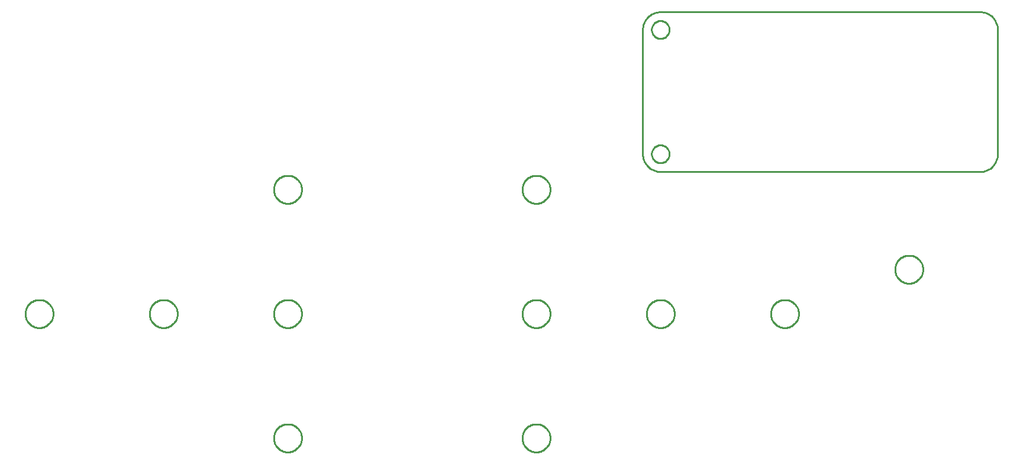
<source format=gbr>
G04 EAGLE Gerber RS-274X export*
G75*
%MOMM*%
%FSLAX34Y34*%
%LPD*%
%IN*%
%IPPOS*%
%AMOC8*
5,1,8,0,0,1.08239X$1,22.5*%
G01*
%ADD10C,0.254000*%


D10*
X965200Y508000D02*
X965297Y505786D01*
X965586Y503589D01*
X966065Y501426D01*
X966732Y499313D01*
X967580Y497266D01*
X968603Y495300D01*
X969794Y493431D01*
X971142Y491673D01*
X972640Y490040D01*
X974273Y488542D01*
X976031Y487194D01*
X977900Y486003D01*
X979866Y484980D01*
X981913Y484132D01*
X984026Y483465D01*
X986189Y482986D01*
X988386Y482697D01*
X990600Y482600D01*
X1447800Y482600D01*
X1450014Y482697D01*
X1452211Y482986D01*
X1454374Y483465D01*
X1456487Y484132D01*
X1458535Y484980D01*
X1460500Y486003D01*
X1462369Y487194D01*
X1464127Y488542D01*
X1465761Y490040D01*
X1467258Y491673D01*
X1468606Y493431D01*
X1469797Y495300D01*
X1470820Y497266D01*
X1471668Y499313D01*
X1472335Y501426D01*
X1472814Y503589D01*
X1473103Y505786D01*
X1473200Y508000D01*
X1473200Y685800D01*
X1473103Y688014D01*
X1472814Y690211D01*
X1472335Y692374D01*
X1471668Y694487D01*
X1470820Y696535D01*
X1469797Y698500D01*
X1468606Y700369D01*
X1467258Y702127D01*
X1465761Y703761D01*
X1464127Y705258D01*
X1462369Y706606D01*
X1460500Y707797D01*
X1458535Y708820D01*
X1456487Y709668D01*
X1454374Y710335D01*
X1452211Y710814D01*
X1450014Y711103D01*
X1447800Y711200D01*
X990600Y711200D01*
X988386Y711103D01*
X986189Y710814D01*
X984026Y710335D01*
X981913Y709668D01*
X979866Y708820D01*
X977900Y707797D01*
X976031Y706606D01*
X974273Y705258D01*
X972640Y703761D01*
X971142Y702127D01*
X969794Y700369D01*
X968603Y698500D01*
X967580Y696535D01*
X966732Y694487D01*
X966065Y692374D01*
X965586Y690211D01*
X965297Y688014D01*
X965200Y685800D01*
X965200Y508000D01*
X477202Y456596D02*
X477129Y455389D01*
X476983Y454189D01*
X476765Y453000D01*
X476476Y451826D01*
X476117Y450672D01*
X475688Y449542D01*
X475192Y448440D01*
X474630Y447369D01*
X474005Y446335D01*
X473318Y445340D01*
X472573Y444389D01*
X471771Y443484D01*
X470916Y442629D01*
X470011Y441828D01*
X469060Y441082D01*
X468065Y440395D01*
X467031Y439770D01*
X465960Y439208D01*
X464858Y438712D01*
X463728Y438283D01*
X462574Y437924D01*
X461400Y437635D01*
X460211Y437417D01*
X459011Y437271D01*
X457804Y437198D01*
X456596Y437198D01*
X455389Y437271D01*
X454189Y437417D01*
X453000Y437635D01*
X451826Y437924D01*
X450672Y438283D01*
X449542Y438712D01*
X448440Y439208D01*
X447369Y439770D01*
X446335Y440395D01*
X445340Y441082D01*
X444389Y441828D01*
X443484Y442629D01*
X442629Y443484D01*
X441828Y444389D01*
X441082Y445340D01*
X440395Y446335D01*
X439770Y447369D01*
X439208Y448440D01*
X438712Y449542D01*
X438283Y450672D01*
X437924Y451826D01*
X437635Y453000D01*
X437417Y454189D01*
X437271Y455389D01*
X437198Y456596D01*
X437198Y457804D01*
X437271Y459011D01*
X437417Y460211D01*
X437635Y461400D01*
X437924Y462574D01*
X438283Y463728D01*
X438712Y464858D01*
X439208Y465960D01*
X439770Y467031D01*
X440395Y468065D01*
X441082Y469060D01*
X441828Y470011D01*
X442629Y470916D01*
X443484Y471771D01*
X444389Y472573D01*
X445340Y473318D01*
X446335Y474005D01*
X447369Y474630D01*
X448440Y475192D01*
X449542Y475688D01*
X450672Y476117D01*
X451826Y476476D01*
X453000Y476765D01*
X454189Y476983D01*
X455389Y477129D01*
X456596Y477202D01*
X457804Y477202D01*
X459011Y477129D01*
X460211Y476983D01*
X461400Y476765D01*
X462574Y476476D01*
X463728Y476117D01*
X464858Y475688D01*
X465960Y475192D01*
X467031Y474630D01*
X468065Y474005D01*
X469060Y473318D01*
X470011Y472573D01*
X470916Y471771D01*
X471771Y470916D01*
X472573Y470011D01*
X473318Y469060D01*
X474005Y468065D01*
X474630Y467031D01*
X475192Y465960D01*
X475688Y464858D01*
X476117Y463728D01*
X476476Y462574D01*
X476765Y461400D01*
X476983Y460211D01*
X477129Y459011D01*
X477202Y457804D01*
X477202Y456596D01*
X832802Y456596D02*
X832729Y455389D01*
X832583Y454189D01*
X832365Y453000D01*
X832076Y451826D01*
X831717Y450672D01*
X831288Y449542D01*
X830792Y448440D01*
X830230Y447369D01*
X829605Y446335D01*
X828918Y445340D01*
X828173Y444389D01*
X827371Y443484D01*
X826516Y442629D01*
X825611Y441828D01*
X824660Y441082D01*
X823665Y440395D01*
X822631Y439770D01*
X821560Y439208D01*
X820458Y438712D01*
X819328Y438283D01*
X818174Y437924D01*
X817000Y437635D01*
X815811Y437417D01*
X814611Y437271D01*
X813404Y437198D01*
X812196Y437198D01*
X810989Y437271D01*
X809789Y437417D01*
X808600Y437635D01*
X807426Y437924D01*
X806272Y438283D01*
X805142Y438712D01*
X804040Y439208D01*
X802969Y439770D01*
X801935Y440395D01*
X800940Y441082D01*
X799989Y441828D01*
X799084Y442629D01*
X798229Y443484D01*
X797428Y444389D01*
X796682Y445340D01*
X795995Y446335D01*
X795370Y447369D01*
X794808Y448440D01*
X794312Y449542D01*
X793883Y450672D01*
X793524Y451826D01*
X793235Y453000D01*
X793017Y454189D01*
X792871Y455389D01*
X792798Y456596D01*
X792798Y457804D01*
X792871Y459011D01*
X793017Y460211D01*
X793235Y461400D01*
X793524Y462574D01*
X793883Y463728D01*
X794312Y464858D01*
X794808Y465960D01*
X795370Y467031D01*
X795995Y468065D01*
X796682Y469060D01*
X797428Y470011D01*
X798229Y470916D01*
X799084Y471771D01*
X799989Y472573D01*
X800940Y473318D01*
X801935Y474005D01*
X802969Y474630D01*
X804040Y475192D01*
X805142Y475688D01*
X806272Y476117D01*
X807426Y476476D01*
X808600Y476765D01*
X809789Y476983D01*
X810989Y477129D01*
X812196Y477202D01*
X813404Y477202D01*
X814611Y477129D01*
X815811Y476983D01*
X817000Y476765D01*
X818174Y476476D01*
X819328Y476117D01*
X820458Y475688D01*
X821560Y475192D01*
X822631Y474630D01*
X823665Y474005D01*
X824660Y473318D01*
X825611Y472573D01*
X826516Y471771D01*
X827371Y470916D01*
X828173Y470011D01*
X828918Y469060D01*
X829605Y468065D01*
X830230Y467031D01*
X830792Y465960D01*
X831288Y464858D01*
X831717Y463728D01*
X832076Y462574D01*
X832365Y461400D01*
X832583Y460211D01*
X832729Y459011D01*
X832802Y457804D01*
X832802Y456596D01*
X121602Y278796D02*
X121529Y277589D01*
X121383Y276389D01*
X121165Y275200D01*
X120876Y274026D01*
X120517Y272872D01*
X120088Y271742D01*
X119592Y270640D01*
X119030Y269569D01*
X118405Y268535D01*
X117718Y267540D01*
X116973Y266589D01*
X116171Y265684D01*
X115316Y264829D01*
X114411Y264028D01*
X113460Y263282D01*
X112465Y262595D01*
X111431Y261970D01*
X110360Y261408D01*
X109258Y260912D01*
X108128Y260483D01*
X106974Y260124D01*
X105800Y259835D01*
X104611Y259617D01*
X103411Y259471D01*
X102204Y259398D01*
X100996Y259398D01*
X99789Y259471D01*
X98589Y259617D01*
X97400Y259835D01*
X96226Y260124D01*
X95072Y260483D01*
X93942Y260912D01*
X92840Y261408D01*
X91769Y261970D01*
X90735Y262595D01*
X89740Y263282D01*
X88789Y264028D01*
X87884Y264829D01*
X87029Y265684D01*
X86228Y266589D01*
X85482Y267540D01*
X84795Y268535D01*
X84170Y269569D01*
X83608Y270640D01*
X83112Y271742D01*
X82683Y272872D01*
X82324Y274026D01*
X82035Y275200D01*
X81817Y276389D01*
X81671Y277589D01*
X81598Y278796D01*
X81598Y280004D01*
X81671Y281211D01*
X81817Y282411D01*
X82035Y283600D01*
X82324Y284774D01*
X82683Y285928D01*
X83112Y287058D01*
X83608Y288160D01*
X84170Y289231D01*
X84795Y290265D01*
X85482Y291260D01*
X86228Y292211D01*
X87029Y293116D01*
X87884Y293971D01*
X88789Y294773D01*
X89740Y295518D01*
X90735Y296205D01*
X91769Y296830D01*
X92840Y297392D01*
X93942Y297888D01*
X95072Y298317D01*
X96226Y298676D01*
X97400Y298965D01*
X98589Y299183D01*
X99789Y299329D01*
X100996Y299402D01*
X102204Y299402D01*
X103411Y299329D01*
X104611Y299183D01*
X105800Y298965D01*
X106974Y298676D01*
X108128Y298317D01*
X109258Y297888D01*
X110360Y297392D01*
X111431Y296830D01*
X112465Y296205D01*
X113460Y295518D01*
X114411Y294773D01*
X115316Y293971D01*
X116171Y293116D01*
X116973Y292211D01*
X117718Y291260D01*
X118405Y290265D01*
X119030Y289231D01*
X119592Y288160D01*
X120088Y287058D01*
X120517Y285928D01*
X120876Y284774D01*
X121165Y283600D01*
X121383Y282411D01*
X121529Y281211D01*
X121602Y280004D01*
X121602Y278796D01*
X299402Y278796D02*
X299329Y277589D01*
X299183Y276389D01*
X298965Y275200D01*
X298676Y274026D01*
X298317Y272872D01*
X297888Y271742D01*
X297392Y270640D01*
X296830Y269569D01*
X296205Y268535D01*
X295518Y267540D01*
X294773Y266589D01*
X293971Y265684D01*
X293116Y264829D01*
X292211Y264028D01*
X291260Y263282D01*
X290265Y262595D01*
X289231Y261970D01*
X288160Y261408D01*
X287058Y260912D01*
X285928Y260483D01*
X284774Y260124D01*
X283600Y259835D01*
X282411Y259617D01*
X281211Y259471D01*
X280004Y259398D01*
X278796Y259398D01*
X277589Y259471D01*
X276389Y259617D01*
X275200Y259835D01*
X274026Y260124D01*
X272872Y260483D01*
X271742Y260912D01*
X270640Y261408D01*
X269569Y261970D01*
X268535Y262595D01*
X267540Y263282D01*
X266589Y264028D01*
X265684Y264829D01*
X264829Y265684D01*
X264028Y266589D01*
X263282Y267540D01*
X262595Y268535D01*
X261970Y269569D01*
X261408Y270640D01*
X260912Y271742D01*
X260483Y272872D01*
X260124Y274026D01*
X259835Y275200D01*
X259617Y276389D01*
X259471Y277589D01*
X259398Y278796D01*
X259398Y280004D01*
X259471Y281211D01*
X259617Y282411D01*
X259835Y283600D01*
X260124Y284774D01*
X260483Y285928D01*
X260912Y287058D01*
X261408Y288160D01*
X261970Y289231D01*
X262595Y290265D01*
X263282Y291260D01*
X264028Y292211D01*
X264829Y293116D01*
X265684Y293971D01*
X266589Y294773D01*
X267540Y295518D01*
X268535Y296205D01*
X269569Y296830D01*
X270640Y297392D01*
X271742Y297888D01*
X272872Y298317D01*
X274026Y298676D01*
X275200Y298965D01*
X276389Y299183D01*
X277589Y299329D01*
X278796Y299402D01*
X280004Y299402D01*
X281211Y299329D01*
X282411Y299183D01*
X283600Y298965D01*
X284774Y298676D01*
X285928Y298317D01*
X287058Y297888D01*
X288160Y297392D01*
X289231Y296830D01*
X290265Y296205D01*
X291260Y295518D01*
X292211Y294773D01*
X293116Y293971D01*
X293971Y293116D01*
X294773Y292211D01*
X295518Y291260D01*
X296205Y290265D01*
X296830Y289231D01*
X297392Y288160D01*
X297888Y287058D01*
X298317Y285928D01*
X298676Y284774D01*
X298965Y283600D01*
X299183Y282411D01*
X299329Y281211D01*
X299402Y280004D01*
X299402Y278796D01*
X477202Y278796D02*
X477129Y277589D01*
X476983Y276389D01*
X476765Y275200D01*
X476476Y274026D01*
X476117Y272872D01*
X475688Y271742D01*
X475192Y270640D01*
X474630Y269569D01*
X474005Y268535D01*
X473318Y267540D01*
X472573Y266589D01*
X471771Y265684D01*
X470916Y264829D01*
X470011Y264028D01*
X469060Y263282D01*
X468065Y262595D01*
X467031Y261970D01*
X465960Y261408D01*
X464858Y260912D01*
X463728Y260483D01*
X462574Y260124D01*
X461400Y259835D01*
X460211Y259617D01*
X459011Y259471D01*
X457804Y259398D01*
X456596Y259398D01*
X455389Y259471D01*
X454189Y259617D01*
X453000Y259835D01*
X451826Y260124D01*
X450672Y260483D01*
X449542Y260912D01*
X448440Y261408D01*
X447369Y261970D01*
X446335Y262595D01*
X445340Y263282D01*
X444389Y264028D01*
X443484Y264829D01*
X442629Y265684D01*
X441828Y266589D01*
X441082Y267540D01*
X440395Y268535D01*
X439770Y269569D01*
X439208Y270640D01*
X438712Y271742D01*
X438283Y272872D01*
X437924Y274026D01*
X437635Y275200D01*
X437417Y276389D01*
X437271Y277589D01*
X437198Y278796D01*
X437198Y280004D01*
X437271Y281211D01*
X437417Y282411D01*
X437635Y283600D01*
X437924Y284774D01*
X438283Y285928D01*
X438712Y287058D01*
X439208Y288160D01*
X439770Y289231D01*
X440395Y290265D01*
X441082Y291260D01*
X441828Y292211D01*
X442629Y293116D01*
X443484Y293971D01*
X444389Y294773D01*
X445340Y295518D01*
X446335Y296205D01*
X447369Y296830D01*
X448440Y297392D01*
X449542Y297888D01*
X450672Y298317D01*
X451826Y298676D01*
X453000Y298965D01*
X454189Y299183D01*
X455389Y299329D01*
X456596Y299402D01*
X457804Y299402D01*
X459011Y299329D01*
X460211Y299183D01*
X461400Y298965D01*
X462574Y298676D01*
X463728Y298317D01*
X464858Y297888D01*
X465960Y297392D01*
X467031Y296830D01*
X468065Y296205D01*
X469060Y295518D01*
X470011Y294773D01*
X470916Y293971D01*
X471771Y293116D01*
X472573Y292211D01*
X473318Y291260D01*
X474005Y290265D01*
X474630Y289231D01*
X475192Y288160D01*
X475688Y287058D01*
X476117Y285928D01*
X476476Y284774D01*
X476765Y283600D01*
X476983Y282411D01*
X477129Y281211D01*
X477202Y280004D01*
X477202Y278796D01*
X832802Y278796D02*
X832729Y277589D01*
X832583Y276389D01*
X832365Y275200D01*
X832076Y274026D01*
X831717Y272872D01*
X831288Y271742D01*
X830792Y270640D01*
X830230Y269569D01*
X829605Y268535D01*
X828918Y267540D01*
X828173Y266589D01*
X827371Y265684D01*
X826516Y264829D01*
X825611Y264028D01*
X824660Y263282D01*
X823665Y262595D01*
X822631Y261970D01*
X821560Y261408D01*
X820458Y260912D01*
X819328Y260483D01*
X818174Y260124D01*
X817000Y259835D01*
X815811Y259617D01*
X814611Y259471D01*
X813404Y259398D01*
X812196Y259398D01*
X810989Y259471D01*
X809789Y259617D01*
X808600Y259835D01*
X807426Y260124D01*
X806272Y260483D01*
X805142Y260912D01*
X804040Y261408D01*
X802969Y261970D01*
X801935Y262595D01*
X800940Y263282D01*
X799989Y264028D01*
X799084Y264829D01*
X798229Y265684D01*
X797428Y266589D01*
X796682Y267540D01*
X795995Y268535D01*
X795370Y269569D01*
X794808Y270640D01*
X794312Y271742D01*
X793883Y272872D01*
X793524Y274026D01*
X793235Y275200D01*
X793017Y276389D01*
X792871Y277589D01*
X792798Y278796D01*
X792798Y280004D01*
X792871Y281211D01*
X793017Y282411D01*
X793235Y283600D01*
X793524Y284774D01*
X793883Y285928D01*
X794312Y287058D01*
X794808Y288160D01*
X795370Y289231D01*
X795995Y290265D01*
X796682Y291260D01*
X797428Y292211D01*
X798229Y293116D01*
X799084Y293971D01*
X799989Y294773D01*
X800940Y295518D01*
X801935Y296205D01*
X802969Y296830D01*
X804040Y297392D01*
X805142Y297888D01*
X806272Y298317D01*
X807426Y298676D01*
X808600Y298965D01*
X809789Y299183D01*
X810989Y299329D01*
X812196Y299402D01*
X813404Y299402D01*
X814611Y299329D01*
X815811Y299183D01*
X817000Y298965D01*
X818174Y298676D01*
X819328Y298317D01*
X820458Y297888D01*
X821560Y297392D01*
X822631Y296830D01*
X823665Y296205D01*
X824660Y295518D01*
X825611Y294773D01*
X826516Y293971D01*
X827371Y293116D01*
X828173Y292211D01*
X828918Y291260D01*
X829605Y290265D01*
X830230Y289231D01*
X830792Y288160D01*
X831288Y287058D01*
X831717Y285928D01*
X832076Y284774D01*
X832365Y283600D01*
X832583Y282411D01*
X832729Y281211D01*
X832802Y280004D01*
X832802Y278796D01*
X1010602Y278796D02*
X1010529Y277589D01*
X1010383Y276389D01*
X1010165Y275200D01*
X1009876Y274026D01*
X1009517Y272872D01*
X1009088Y271742D01*
X1008592Y270640D01*
X1008030Y269569D01*
X1007405Y268535D01*
X1006718Y267540D01*
X1005973Y266589D01*
X1005171Y265684D01*
X1004316Y264829D01*
X1003411Y264028D01*
X1002460Y263282D01*
X1001465Y262595D01*
X1000431Y261970D01*
X999360Y261408D01*
X998258Y260912D01*
X997128Y260483D01*
X995974Y260124D01*
X994800Y259835D01*
X993611Y259617D01*
X992411Y259471D01*
X991204Y259398D01*
X989996Y259398D01*
X988789Y259471D01*
X987589Y259617D01*
X986400Y259835D01*
X985226Y260124D01*
X984072Y260483D01*
X982942Y260912D01*
X981840Y261408D01*
X980769Y261970D01*
X979735Y262595D01*
X978740Y263282D01*
X977789Y264028D01*
X976884Y264829D01*
X976029Y265684D01*
X975228Y266589D01*
X974482Y267540D01*
X973795Y268535D01*
X973170Y269569D01*
X972608Y270640D01*
X972112Y271742D01*
X971683Y272872D01*
X971324Y274026D01*
X971035Y275200D01*
X970817Y276389D01*
X970671Y277589D01*
X970598Y278796D01*
X970598Y280004D01*
X970671Y281211D01*
X970817Y282411D01*
X971035Y283600D01*
X971324Y284774D01*
X971683Y285928D01*
X972112Y287058D01*
X972608Y288160D01*
X973170Y289231D01*
X973795Y290265D01*
X974482Y291260D01*
X975228Y292211D01*
X976029Y293116D01*
X976884Y293971D01*
X977789Y294773D01*
X978740Y295518D01*
X979735Y296205D01*
X980769Y296830D01*
X981840Y297392D01*
X982942Y297888D01*
X984072Y298317D01*
X985226Y298676D01*
X986400Y298965D01*
X987589Y299183D01*
X988789Y299329D01*
X989996Y299402D01*
X991204Y299402D01*
X992411Y299329D01*
X993611Y299183D01*
X994800Y298965D01*
X995974Y298676D01*
X997128Y298317D01*
X998258Y297888D01*
X999360Y297392D01*
X1000431Y296830D01*
X1001465Y296205D01*
X1002460Y295518D01*
X1003411Y294773D01*
X1004316Y293971D01*
X1005171Y293116D01*
X1005973Y292211D01*
X1006718Y291260D01*
X1007405Y290265D01*
X1008030Y289231D01*
X1008592Y288160D01*
X1009088Y287058D01*
X1009517Y285928D01*
X1009876Y284774D01*
X1010165Y283600D01*
X1010383Y282411D01*
X1010529Y281211D01*
X1010602Y280004D01*
X1010602Y278796D01*
X1188402Y278796D02*
X1188329Y277589D01*
X1188183Y276389D01*
X1187965Y275200D01*
X1187676Y274026D01*
X1187317Y272872D01*
X1186888Y271742D01*
X1186392Y270640D01*
X1185830Y269569D01*
X1185205Y268535D01*
X1184518Y267540D01*
X1183773Y266589D01*
X1182971Y265684D01*
X1182116Y264829D01*
X1181211Y264028D01*
X1180260Y263282D01*
X1179265Y262595D01*
X1178231Y261970D01*
X1177160Y261408D01*
X1176058Y260912D01*
X1174928Y260483D01*
X1173774Y260124D01*
X1172600Y259835D01*
X1171411Y259617D01*
X1170211Y259471D01*
X1169004Y259398D01*
X1167796Y259398D01*
X1166589Y259471D01*
X1165389Y259617D01*
X1164200Y259835D01*
X1163026Y260124D01*
X1161872Y260483D01*
X1160742Y260912D01*
X1159640Y261408D01*
X1158569Y261970D01*
X1157535Y262595D01*
X1156540Y263282D01*
X1155589Y264028D01*
X1154684Y264829D01*
X1153829Y265684D01*
X1153028Y266589D01*
X1152282Y267540D01*
X1151595Y268535D01*
X1150970Y269569D01*
X1150408Y270640D01*
X1149912Y271742D01*
X1149483Y272872D01*
X1149124Y274026D01*
X1148835Y275200D01*
X1148617Y276389D01*
X1148471Y277589D01*
X1148398Y278796D01*
X1148398Y280004D01*
X1148471Y281211D01*
X1148617Y282411D01*
X1148835Y283600D01*
X1149124Y284774D01*
X1149483Y285928D01*
X1149912Y287058D01*
X1150408Y288160D01*
X1150970Y289231D01*
X1151595Y290265D01*
X1152282Y291260D01*
X1153028Y292211D01*
X1153829Y293116D01*
X1154684Y293971D01*
X1155589Y294773D01*
X1156540Y295518D01*
X1157535Y296205D01*
X1158569Y296830D01*
X1159640Y297392D01*
X1160742Y297888D01*
X1161872Y298317D01*
X1163026Y298676D01*
X1164200Y298965D01*
X1165389Y299183D01*
X1166589Y299329D01*
X1167796Y299402D01*
X1169004Y299402D01*
X1170211Y299329D01*
X1171411Y299183D01*
X1172600Y298965D01*
X1173774Y298676D01*
X1174928Y298317D01*
X1176058Y297888D01*
X1177160Y297392D01*
X1178231Y296830D01*
X1179265Y296205D01*
X1180260Y295518D01*
X1181211Y294773D01*
X1182116Y293971D01*
X1182971Y293116D01*
X1183773Y292211D01*
X1184518Y291260D01*
X1185205Y290265D01*
X1185830Y289231D01*
X1186392Y288160D01*
X1186888Y287058D01*
X1187317Y285928D01*
X1187676Y284774D01*
X1187965Y283600D01*
X1188183Y282411D01*
X1188329Y281211D01*
X1188402Y280004D01*
X1188402Y278796D01*
X1366202Y342296D02*
X1366129Y341089D01*
X1365983Y339889D01*
X1365765Y338700D01*
X1365476Y337526D01*
X1365117Y336372D01*
X1364688Y335242D01*
X1364192Y334140D01*
X1363630Y333069D01*
X1363005Y332035D01*
X1362318Y331040D01*
X1361573Y330089D01*
X1360771Y329184D01*
X1359916Y328329D01*
X1359011Y327528D01*
X1358060Y326782D01*
X1357065Y326095D01*
X1356031Y325470D01*
X1354960Y324908D01*
X1353858Y324412D01*
X1352728Y323983D01*
X1351574Y323624D01*
X1350400Y323335D01*
X1349211Y323117D01*
X1348011Y322971D01*
X1346804Y322898D01*
X1345596Y322898D01*
X1344389Y322971D01*
X1343189Y323117D01*
X1342000Y323335D01*
X1340826Y323624D01*
X1339672Y323983D01*
X1338542Y324412D01*
X1337440Y324908D01*
X1336369Y325470D01*
X1335335Y326095D01*
X1334340Y326782D01*
X1333389Y327528D01*
X1332484Y328329D01*
X1331629Y329184D01*
X1330828Y330089D01*
X1330082Y331040D01*
X1329395Y332035D01*
X1328770Y333069D01*
X1328208Y334140D01*
X1327712Y335242D01*
X1327283Y336372D01*
X1326924Y337526D01*
X1326635Y338700D01*
X1326417Y339889D01*
X1326271Y341089D01*
X1326198Y342296D01*
X1326198Y343504D01*
X1326271Y344711D01*
X1326417Y345911D01*
X1326635Y347100D01*
X1326924Y348274D01*
X1327283Y349428D01*
X1327712Y350558D01*
X1328208Y351660D01*
X1328770Y352731D01*
X1329395Y353765D01*
X1330082Y354760D01*
X1330828Y355711D01*
X1331629Y356616D01*
X1332484Y357471D01*
X1333389Y358273D01*
X1334340Y359018D01*
X1335335Y359705D01*
X1336369Y360330D01*
X1337440Y360892D01*
X1338542Y361388D01*
X1339672Y361817D01*
X1340826Y362176D01*
X1342000Y362465D01*
X1343189Y362683D01*
X1344389Y362829D01*
X1345596Y362902D01*
X1346804Y362902D01*
X1348011Y362829D01*
X1349211Y362683D01*
X1350400Y362465D01*
X1351574Y362176D01*
X1352728Y361817D01*
X1353858Y361388D01*
X1354960Y360892D01*
X1356031Y360330D01*
X1357065Y359705D01*
X1358060Y359018D01*
X1359011Y358273D01*
X1359916Y357471D01*
X1360771Y356616D01*
X1361573Y355711D01*
X1362318Y354760D01*
X1363005Y353765D01*
X1363630Y352731D01*
X1364192Y351660D01*
X1364688Y350558D01*
X1365117Y349428D01*
X1365476Y348274D01*
X1365765Y347100D01*
X1365983Y345911D01*
X1366129Y344711D01*
X1366202Y343504D01*
X1366202Y342296D01*
X477202Y100996D02*
X477129Y99789D01*
X476983Y98589D01*
X476765Y97400D01*
X476476Y96226D01*
X476117Y95072D01*
X475688Y93942D01*
X475192Y92840D01*
X474630Y91769D01*
X474005Y90735D01*
X473318Y89740D01*
X472573Y88789D01*
X471771Y87884D01*
X470916Y87029D01*
X470011Y86228D01*
X469060Y85482D01*
X468065Y84795D01*
X467031Y84170D01*
X465960Y83608D01*
X464858Y83112D01*
X463728Y82683D01*
X462574Y82324D01*
X461400Y82035D01*
X460211Y81817D01*
X459011Y81671D01*
X457804Y81598D01*
X456596Y81598D01*
X455389Y81671D01*
X454189Y81817D01*
X453000Y82035D01*
X451826Y82324D01*
X450672Y82683D01*
X449542Y83112D01*
X448440Y83608D01*
X447369Y84170D01*
X446335Y84795D01*
X445340Y85482D01*
X444389Y86228D01*
X443484Y87029D01*
X442629Y87884D01*
X441828Y88789D01*
X441082Y89740D01*
X440395Y90735D01*
X439770Y91769D01*
X439208Y92840D01*
X438712Y93942D01*
X438283Y95072D01*
X437924Y96226D01*
X437635Y97400D01*
X437417Y98589D01*
X437271Y99789D01*
X437198Y100996D01*
X437198Y102204D01*
X437271Y103411D01*
X437417Y104611D01*
X437635Y105800D01*
X437924Y106974D01*
X438283Y108128D01*
X438712Y109258D01*
X439208Y110360D01*
X439770Y111431D01*
X440395Y112465D01*
X441082Y113460D01*
X441828Y114411D01*
X442629Y115316D01*
X443484Y116171D01*
X444389Y116973D01*
X445340Y117718D01*
X446335Y118405D01*
X447369Y119030D01*
X448440Y119592D01*
X449542Y120088D01*
X450672Y120517D01*
X451826Y120876D01*
X453000Y121165D01*
X454189Y121383D01*
X455389Y121529D01*
X456596Y121602D01*
X457804Y121602D01*
X459011Y121529D01*
X460211Y121383D01*
X461400Y121165D01*
X462574Y120876D01*
X463728Y120517D01*
X464858Y120088D01*
X465960Y119592D01*
X467031Y119030D01*
X468065Y118405D01*
X469060Y117718D01*
X470011Y116973D01*
X470916Y116171D01*
X471771Y115316D01*
X472573Y114411D01*
X473318Y113460D01*
X474005Y112465D01*
X474630Y111431D01*
X475192Y110360D01*
X475688Y109258D01*
X476117Y108128D01*
X476476Y106974D01*
X476765Y105800D01*
X476983Y104611D01*
X477129Y103411D01*
X477202Y102204D01*
X477202Y100996D01*
X832802Y100996D02*
X832729Y99789D01*
X832583Y98589D01*
X832365Y97400D01*
X832076Y96226D01*
X831717Y95072D01*
X831288Y93942D01*
X830792Y92840D01*
X830230Y91769D01*
X829605Y90735D01*
X828918Y89740D01*
X828173Y88789D01*
X827371Y87884D01*
X826516Y87029D01*
X825611Y86228D01*
X824660Y85482D01*
X823665Y84795D01*
X822631Y84170D01*
X821560Y83608D01*
X820458Y83112D01*
X819328Y82683D01*
X818174Y82324D01*
X817000Y82035D01*
X815811Y81817D01*
X814611Y81671D01*
X813404Y81598D01*
X812196Y81598D01*
X810989Y81671D01*
X809789Y81817D01*
X808600Y82035D01*
X807426Y82324D01*
X806272Y82683D01*
X805142Y83112D01*
X804040Y83608D01*
X802969Y84170D01*
X801935Y84795D01*
X800940Y85482D01*
X799989Y86228D01*
X799084Y87029D01*
X798229Y87884D01*
X797428Y88789D01*
X796682Y89740D01*
X795995Y90735D01*
X795370Y91769D01*
X794808Y92840D01*
X794312Y93942D01*
X793883Y95072D01*
X793524Y96226D01*
X793235Y97400D01*
X793017Y98589D01*
X792871Y99789D01*
X792798Y100996D01*
X792798Y102204D01*
X792871Y103411D01*
X793017Y104611D01*
X793235Y105800D01*
X793524Y106974D01*
X793883Y108128D01*
X794312Y109258D01*
X794808Y110360D01*
X795370Y111431D01*
X795995Y112465D01*
X796682Y113460D01*
X797428Y114411D01*
X798229Y115316D01*
X799084Y116171D01*
X799989Y116973D01*
X800940Y117718D01*
X801935Y118405D01*
X802969Y119030D01*
X804040Y119592D01*
X805142Y120088D01*
X806272Y120517D01*
X807426Y120876D01*
X808600Y121165D01*
X809789Y121383D01*
X810989Y121529D01*
X812196Y121602D01*
X813404Y121602D01*
X814611Y121529D01*
X815811Y121383D01*
X817000Y121165D01*
X818174Y120876D01*
X819328Y120517D01*
X820458Y120088D01*
X821560Y119592D01*
X822631Y119030D01*
X823665Y118405D01*
X824660Y117718D01*
X825611Y116973D01*
X826516Y116171D01*
X827371Y115316D01*
X828173Y114411D01*
X828918Y113460D01*
X829605Y112465D01*
X830230Y111431D01*
X830792Y110360D01*
X831288Y109258D01*
X831717Y108128D01*
X832076Y106974D01*
X832365Y105800D01*
X832583Y104611D01*
X832729Y103411D01*
X832802Y102204D01*
X832802Y100996D01*
X977900Y508499D02*
X977978Y509494D01*
X978134Y510480D01*
X978367Y511450D01*
X978676Y512399D01*
X979058Y513321D01*
X979511Y514210D01*
X980032Y515061D01*
X980619Y515869D01*
X981267Y516627D01*
X981973Y517333D01*
X982731Y517981D01*
X983539Y518568D01*
X984390Y519089D01*
X985279Y519542D01*
X986201Y519924D01*
X987150Y520233D01*
X988120Y520466D01*
X989106Y520622D01*
X990101Y520700D01*
X991099Y520700D01*
X992094Y520622D01*
X993080Y520466D01*
X994050Y520233D01*
X994999Y519924D01*
X995921Y519542D01*
X996810Y519089D01*
X997661Y518568D01*
X998469Y517981D01*
X999227Y517333D01*
X999933Y516627D01*
X1000581Y515869D01*
X1001168Y515061D01*
X1001689Y514210D01*
X1002142Y513321D01*
X1002524Y512399D01*
X1002833Y511450D01*
X1003066Y510480D01*
X1003222Y509494D01*
X1003300Y508499D01*
X1003300Y507501D01*
X1003222Y506506D01*
X1003066Y505520D01*
X1002833Y504550D01*
X1002524Y503601D01*
X1002142Y502679D01*
X1001689Y501790D01*
X1001168Y500939D01*
X1000581Y500131D01*
X999933Y499373D01*
X999227Y498667D01*
X998469Y498019D01*
X997661Y497432D01*
X996810Y496911D01*
X995921Y496458D01*
X994999Y496076D01*
X994050Y495767D01*
X993080Y495534D01*
X992094Y495378D01*
X991099Y495300D01*
X990101Y495300D01*
X989106Y495378D01*
X988120Y495534D01*
X987150Y495767D01*
X986201Y496076D01*
X985279Y496458D01*
X984390Y496911D01*
X983539Y497432D01*
X982731Y498019D01*
X981973Y498667D01*
X981267Y499373D01*
X980619Y500131D01*
X980032Y500939D01*
X979511Y501790D01*
X979058Y502679D01*
X978676Y503601D01*
X978367Y504550D01*
X978134Y505520D01*
X977978Y506506D01*
X977900Y507501D01*
X977900Y508499D01*
X977900Y686299D02*
X977978Y687294D01*
X978134Y688280D01*
X978367Y689250D01*
X978676Y690199D01*
X979058Y691121D01*
X979511Y692010D01*
X980032Y692861D01*
X980619Y693669D01*
X981267Y694427D01*
X981973Y695133D01*
X982731Y695781D01*
X983539Y696368D01*
X984390Y696889D01*
X985279Y697342D01*
X986201Y697724D01*
X987150Y698033D01*
X988120Y698266D01*
X989106Y698422D01*
X990101Y698500D01*
X991099Y698500D01*
X992094Y698422D01*
X993080Y698266D01*
X994050Y698033D01*
X994999Y697724D01*
X995921Y697342D01*
X996810Y696889D01*
X997661Y696368D01*
X998469Y695781D01*
X999227Y695133D01*
X999933Y694427D01*
X1000581Y693669D01*
X1001168Y692861D01*
X1001689Y692010D01*
X1002142Y691121D01*
X1002524Y690199D01*
X1002833Y689250D01*
X1003066Y688280D01*
X1003222Y687294D01*
X1003300Y686299D01*
X1003300Y685301D01*
X1003222Y684306D01*
X1003066Y683320D01*
X1002833Y682350D01*
X1002524Y681401D01*
X1002142Y680479D01*
X1001689Y679590D01*
X1001168Y678739D01*
X1000581Y677931D01*
X999933Y677173D01*
X999227Y676467D01*
X998469Y675819D01*
X997661Y675232D01*
X996810Y674711D01*
X995921Y674258D01*
X994999Y673876D01*
X994050Y673567D01*
X993080Y673334D01*
X992094Y673178D01*
X991099Y673100D01*
X990101Y673100D01*
X989106Y673178D01*
X988120Y673334D01*
X987150Y673567D01*
X986201Y673876D01*
X985279Y674258D01*
X984390Y674711D01*
X983539Y675232D01*
X982731Y675819D01*
X981973Y676467D01*
X981267Y677173D01*
X980619Y677931D01*
X980032Y678739D01*
X979511Y679590D01*
X979058Y680479D01*
X978676Y681401D01*
X978367Y682350D01*
X978134Y683320D01*
X977978Y684306D01*
X977900Y685301D01*
X977900Y686299D01*
M02*

</source>
